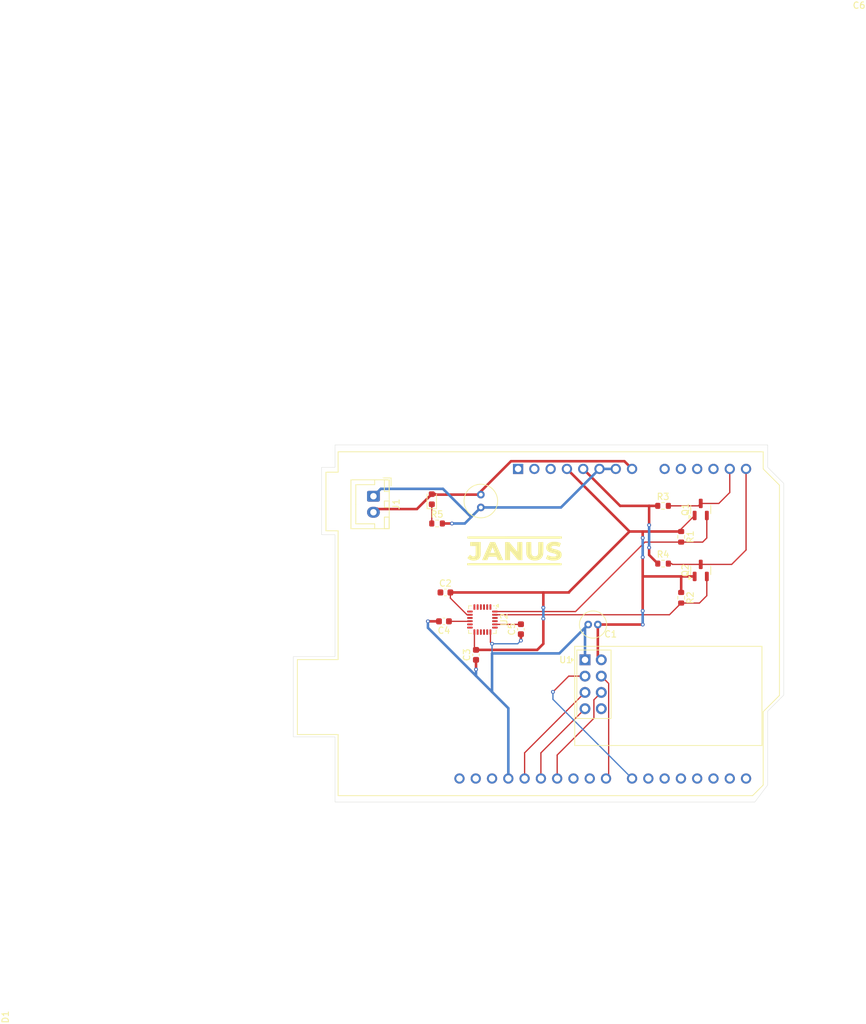
<source format=kicad_pcb>
(kicad_pcb (version 20240108) (generator "pcbnew") (generator_version "8.0")
  (layers (0 "F.Cu" signal) (31 "B.Cu" signal) (34 "B.Paste" user) (35 "F.Paste" user) (36 "B.SilkS" user "B.Silkscreen") (37 "F.SilkS" user "F.Silkscreen") (38 "B.Mask" user) (39 "F.Mask" user) (44 "Edge.Cuts" user))
  (net 0 "")
  (net 1 "MOSI")
  (net 2 "MISO")
  (net 4 "GND")
  (net 6 "SCL")
  (net 12 "+BATT")
  (net 16 "CSN")
  (net 19 "SCK")
  (net 20 "CE")
  (net 21 "SDA")
  (net 25 "+3.3V")
  (net 28 "+5V")
  (net 31 "Net-(U2-REGOUT)")
  (net 32 "Net-(U2-CPOUT)")
  (net 33 "Net-(D1-K)")
  (net 34 "SDA_3.3V")
  (net 35 "SCL_3.3V")
  (footprint "Package_TO_SOT_SMD:SOT-23" (layer "F.Cu") (at 112.55 48.0625 90)
    (property "Reference" "Q1" (at 0 -2.4 90) (layer "F.SilkS"))
    (property "Value" "BSS138")
    (fp_line (start 0 -1.56) (end 0.65 -1.56) (stroke (width 0.12)) (layer "F.SilkS"))
    (fp_line (start 0 -1.56) (end -0.65 -1.56) (stroke (width 0.12)) (layer "F.SilkS"))
    (fp_line (start 0 1.56) (end 0.65 1.56) (stroke (width 0.12)) (layer "F.SilkS"))
    (fp_line (start 0 1.56) (end -0.65 1.56) (stroke (width 0.12)) (layer "F.SilkS"))
    (fp_poly (pts (xy -1.1625 -1.51) (xy -1.4025 -1.84) (xy -0.9225 -1.84) (xy -1.1625 -1.51)) (stroke (width 0.12)) (fill solid) (layer "F.SilkS"))
    (pad "1" smd roundrect (at -0.9375 -0.95 90) (size 1.475 0.6) (layers "F.Cu" "F.Paste" "F.Mask") (net 25 "+3.3V"))
    (pad "2" smd roundrect (at -0.9375 0.95 90) (size 1.475 0.6) (layers "F.Cu" "F.Paste" "F.Mask") (net 34 "SDA_3.3V"))
    (pad "3" smd roundrect (at 0.9375 0 90) (size 1.475 0.6) (layers "F.Cu" "F.Paste" "F.Mask") (net 21 "SDA"))
  )
  (footprint "Module:Arduino_UNO_R3" (layer "F.Cu") (at 84.06 41.74)
    (property "Reference" "A1" (hide yes))
    (property "Value" "Arduino_UNO_R3")
    (fp_line (start -34.42 29.72) (end -34.42 41.4) (stroke (width 0.12)) (layer "F.SilkS"))
    (fp_line (start -34.42 41.4) (end -28.07 41.4) (stroke (width 0.12)) (layer "F.SilkS"))
    (fp_line (start -29.97 0.51) (end -29.97 9.65) (stroke (width 0.12)) (layer "F.SilkS"))
    (fp_line (start -29.97 9.65) (end -28.07 9.65) (stroke (width 0.12)) (layer "F.SilkS"))
    (fp_line (start -28.07 -2.67) (end -28.07 0.51) (stroke (width 0.12)) (layer "F.SilkS"))
    (fp_line (start -28.07 0.51) (end -29.97 0.51) (stroke (width 0.12)) (layer "F.SilkS"))
    (fp_line (start -28.07 9.65) (end -28.07 29.72) (stroke (width 0.12)) (layer "F.SilkS"))
    (fp_line (start -28.07 29.72) (end -34.42 29.72) (stroke (width 0.12)) (layer "F.SilkS"))
    (fp_line (start -28.07 41.4) (end -28.07 50.93) (stroke (width 0.12)) (layer "F.SilkS"))
    (fp_line (start -28.07 50.93) (end 36.58 50.93) (stroke (width 0.12)) (layer "F.SilkS"))
    (fp_line (start 36.58 50.93) (end 38.23 49.28) (stroke (width 0.12)) (layer "F.SilkS"))
    (fp_line (start 38.23 -2.67) (end -28.07 -2.67) (stroke (width 0.12)) (layer "F.SilkS"))
    (fp_line (start 38.23 0) (end 38.23 -2.67) (stroke (width 0.12)) (layer "F.SilkS"))
    (fp_line (start 38.23 37.85) (end 40.77 35.31) (stroke (width 0.12)) (layer "F.SilkS"))
    (fp_line (start 38.23 49.28) (end 38.23 37.85) (stroke (width 0.12)) (layer "F.SilkS"))
    (fp_line (start 40.77 2.54) (end 38.23 0) (stroke (width 0.12)) (layer "F.SilkS"))
    (fp_line (start 40.77 35.31) (end 40.77 2.54) (stroke (width 0.12)) (layer "F.SilkS"))
    (pad "1" thru_hole rect (at 0 0 90) (size 1.6 1.6) (drill 1) (layers "*.Cu" "*.Mask"))
    (pad "2" thru_hole oval (at 2.54 0 90) (size 1.6 1.6) (drill 1) (layers "*.Cu" "*.Mask"))
    (pad "3" thru_hole oval (at 5.08 0 90) (size 1.6 1.6) (drill 1) (layers "*.Cu" "*.Mask"))
    (pad "4" thru_hole oval (at 7.62 0 90) (size 1.6 1.6) (drill 1) (layers "*.Cu" "*.Mask") (net 25 "+3.3V"))
    (pad "5" thru_hole oval (at 10.16 0 90) (size 1.6 1.6) (drill 1) (layers "*.Cu" "*.Mask") (net 28 "+5V"))
    (pad "6" thru_hole oval (at 12.7 0 90) (size 1.6 1.6) (drill 1) (layers "*.Cu" "*.Mask") (net 4 "GND"))
    (pad "7" thru_hole oval (at 15.24 0 90) (size 1.6 1.6) (drill 1) (layers "*.Cu" "*.Mask") (net 4 "GND"))
    (pad "8" thru_hole oval (at 17.78 0 90) (size 1.6 1.6) (drill 1) (layers "*.Cu" "*.Mask") (net 12 "+BATT"))
    (pad "9" thru_hole oval (at 22.86 0 90) (size 1.6 1.6) (drill 1) (layers "*.Cu" "*.Mask"))
    (pad "10" thru_hole oval (at 25.4 0 90) (size 1.6 1.6) (drill 1) (layers "*.Cu" "*.Mask"))
    (pad "11" thru_hole oval (at 27.94 0 90) (size 1.6 1.6) (drill 1) (layers "*.Cu" "*.Mask"))
    (pad "12" thru_hole oval (at 30.48 0 90) (size 1.6 1.6) (drill 1) (layers "*.Cu" "*.Mask"))
    (pad "13" thru_hole oval (at 33.02 0 90) (size 1.6 1.6) (drill 1) (layers "*.Cu" "*.Mask") (net 21 "SDA"))
    (pad "14" thru_hole oval (at 35.56 0 90) (size 1.6 1.6) (drill 1) (layers "*.Cu" "*.Mask") (net 6 "SCL"))
    (pad "15" thru_hole oval (at 35.56 48.26 90) (size 1.6 1.6) (drill 1) (layers "*.Cu" "*.Mask"))
    (pad "16" thru_hole oval (at 33.02 48.26 90) (size 1.6 1.6) (drill 1) (layers "*.Cu" "*.Mask"))
    (pad "17" thru_hole oval (at 30.48 48.26 90) (size 1.6 1.6) (drill 1) (layers "*.Cu" "*.Mask"))
    (pad "18" thru_hole oval (at 27.94 48.26 90) (size 1.6 1.6) (drill 1) (layers "*.Cu" "*.Mask"))
    (pad "19" thru_hole oval (at 25.4 48.26 90) (size 1.6 1.6) (drill 1) (layers "*.Cu" "*.Mask"))
    (pad "20" thru_hole oval (at 22.86 48.26 90) (size 1.6 1.6) (drill 1) (layers "*.Cu" "*.Mask"))
    (pad "21" thru_hole oval (at 20.32 48.26 90) (size 1.6 1.6) (drill 1) (layers "*.Cu" "*.Mask"))
    (pad "22" thru_hole oval (at 17.78 48.26 90) (size 1.6 1.6) (drill 1) (layers "*.Cu" "*.Mask") (net 20 "CE"))
    (pad "23" thru_hole oval (at 13.72 48.26 90) (size 1.6 1.6) (drill 1) (layers "*.Cu" "*.Mask") (net 16 "CSN"))
    (pad "24" thru_hole oval (at 11.18 48.26 90) (size 1.6 1.6) (drill 1) (layers "*.Cu" "*.Mask"))
    (pad "25" thru_hole oval (at 8.64 48.26 90) (size 1.6 1.6) (drill 1) (layers "*.Cu" "*.Mask"))
    (pad "26" thru_hole oval (at 6.1 48.26 90) (size 1.6 1.6) (drill 1) (layers "*.Cu" "*.Mask") (net 1 "MOSI"))
    (pad "27" thru_hole oval (at 3.56 48.26 90) (size 1.6 1.6) (drill 1) (layers "*.Cu" "*.Mask") (net 2 "MISO"))
    (pad "28" thru_hole oval (at 1.02 48.26 90) (size 1.6 1.6) (drill 1) (layers "*.Cu" "*.Mask") (net 19 "SCK"))
    (pad "29" thru_hole oval (at -1.52 48.26 90) (size 1.6 1.6) (drill 1) (layers "*.Cu" "*.Mask") (net 4 "GND"))
    (pad "30" thru_hole oval (at -4.06 48.26 90) (size 1.6 1.6) (drill 1) (layers "*.Cu" "*.Mask"))
    (pad "31" thru_hole oval (at -6.6 48.26 90) (size 1.6 1.6) (drill 1) (layers "*.Cu" "*.Mask"))
    (pad "32" thru_hole oval (at -9.14 48.26 90) (size 1.6 1.6) (drill 1) (layers "*.Cu" "*.Mask"))
  )
  (footprint "Resistor_SMD:R_0603_1608Metric" (layer "F.Cu") (at 106.675 56.5)
    (property "Reference" "R4" (at 0 -1.43 0) (layer "F.SilkS"))
    (property "Value" "10K")
    (fp_line (start -0.237258 -0.5225) (end 0.237258 -0.5225) (stroke (width 0.12)) (layer "F.SilkS"))
    (fp_line (start -0.237258 0.5225) (end 0.237258 0.5225) (stroke (width 0.12)) (layer "F.SilkS"))
    (pad "1" smd roundrect (at -0.825 0) (size 0.8 0.95) (layers "F.Cu" "F.Paste" "F.Mask") (net 28 "+5V"))
    (pad "2" smd roundrect (at 0.825 0) (size 0.8 0.95) (layers "F.Cu" "F.Paste" "F.Mask") (net 6 "SCL"))
  )
  (footprint "Capacitor_SMD:C_0603_1608Metric" (layer "F.Cu") (at 72.725 61)
    (property "Reference" "C2" (at 0 -1.43 0) (layer "F.SilkS"))
    (property "Value" "100n")
    (fp_line (start -0.14058 -0.51) (end 0.14058 -0.51) (stroke (width 0.12)) (layer "F.SilkS"))
    (fp_line (start -0.14058 0.51) (end 0.14058 0.51) (stroke (width 0.12)) (layer "F.SilkS"))
    (pad "1" smd roundrect (at -0.775 0) (size 0.9 0.95) (layers "F.Cu" "F.Paste" "F.Mask") (net 4 "GND"))
    (pad "2" smd roundrect (at 0.775 0) (size 0.9 0.95) (layers "F.Cu" "F.Paste" "F.Mask") (net 25 "+3.3V"))
  )
  (footprint "RF_Module:nRF24L01_Breakout" (layer "F.Cu") (at 94.5 71.5)
    (property "Reference" "U1" (at -3 0 0) (layer "F.SilkS"))
    (property "Value" "NRF24L01_Breakout")
    (fp_line (start -1.6 -2.1) (end -1.6 -2.1) (stroke (width 0.12)) (layer "F.SilkS"))
    (fp_line (start -1.6 -2.1) (end 27.6 -2.1) (stroke (width 0.12)) (layer "F.SilkS"))
    (fp_line (start -1.6 13.35) (end -1.6 -2.1) (stroke (width 0.12)) (layer "F.SilkS"))
    (fp_line (start -1.27 -1.524) (end -1.27 -1.524) (stroke (width 0.12)) (layer "F.SilkS"))
    (fp_line (start -1.27 -1.524) (end 4.064 -1.524) (stroke (width 0.12)) (layer "F.SilkS"))
    (fp_line (start -1.27 9.144) (end -1.27 -1.524) (stroke (width 0.12)) (layer "F.SilkS"))
    (fp_line (start -1.27 9.144) (end -1.27 9.144) (stroke (width 0.12)) (layer "F.SilkS"))
    (fp_line (start 4.064 -1.524) (end 4.064 9.144) (stroke (width 0.12)) (layer "F.SilkS"))
    (fp_line (start 4.064 9.144) (end -1.27 9.144) (stroke (width 0.12)) (layer "F.SilkS"))
    (fp_line (start 27.6 -2.1) (end 27.6 13.35) (stroke (width 0.12)) (layer "F.SilkS"))
    (fp_line (start 27.6 13.35) (end -1.6 13.35) (stroke (width 0.12)) (layer "F.SilkS"))
    (fp_poly (pts (xy -1.8 0) (xy -2.136 0.24) (xy -2.136 -0.24) (xy -1.8 0)) (stroke (width 0.12)) (fill solid) (layer "F.SilkS"))
    (pad "1" thru_hole rect (at 0 0) (size 1.7 1.7) (drill 1) (layers "*.Cu" "*.Mask") (net 4 "GND"))
    (pad "2" thru_hole circle (at 2.54 0) (size 1.7 1.7) (drill 1) (layers "*.Cu" "*.Mask") (net 25 "+3.3V"))
    (pad "3" thru_hole circle (at 0 2.54) (size 1.7 1.7) (drill 1) (layers "*.Cu" "*.Mask") (net 20 "CE"))
    (pad "4" thru_hole circle (at 2.54 2.54) (size 1.7 1.7) (drill 1) (layers "*.Cu" "*.Mask") (net 16 "CSN"))
    (pad "5" thru_hole circle (at 0 5.08) (size 1.7 1.7) (drill 1) (layers "*.Cu" "*.Mask") (net 19 "SCK"))
    (pad "6" thru_hole circle (at 2.54 5.08) (size 1.7 1.7) (drill 1) (layers "*.Cu" "*.Mask") (net 1 "MOSI"))
    (pad "7" thru_hole circle (at 0 7.62) (size 1.7 1.7) (drill 1) (layers "*.Cu" "*.Mask") (net 2 "MISO"))
    (pad "8" thru_hole circle (at 2.54 7.62) (size 1.7 1.7) (drill 1) (layers "*.Cu" "*.Mask"))
  )
  (footprint "Capacitor_THT:C_Radial_D5.0mm_H7.0mm_P2.00mm" (layer "F.Cu") (at 78.25 45.75 -90)
    (property "Reference" "C6" (at -76.25 -59 0) (layer "F.SilkS"))
    (property "Value" "100u")
    (fp_circle (center 1 0) (end 3.62 0) (stroke (width 0.12)) (fill none) (layer "F.SilkS"))
    (pad "1" thru_hole circle (at 0 0 270) (size 1.2 1.2) (drill 0.6) (layers "*.Cu" "*.Mask") (net 12 "+BATT"))
    (pad "2" thru_hole circle (at 2 0 270) (size 1.2 1.2) (drill 0.6) (layers "*.Cu" "*.Mask") (net 4 "GND"))
  )
  (footprint "Resistor_SMD:R_0603_1608Metric" (layer "F.Cu") (at 109.5 61.825 -90)
    (property "Reference" "R2" (at 0 -1.43 90) (layer "F.SilkS"))
    (property "Value" "10K")
    (fp_line (start -0.237258 0.5225) (end 0.237258 0.5225) (stroke (width 0.12)) (layer "F.SilkS"))
    (fp_line (start -0.237258 -0.5225) (end 0.237258 -0.5225) (stroke (width 0.12)) (layer "F.SilkS"))
    (pad "1" smd roundrect (at -0.825 0 270) (size 0.8 0.95) (layers "F.Cu" "F.Paste" "F.Mask") (net 25 "+3.3V"))
    (pad "2" smd roundrect (at 0.825 0 270) (size 0.8 0.95) (layers "F.Cu" "F.Paste" "F.Mask") (net 35 "SCL_3.3V"))
  )
  (footprint "Capacitor_SMD:C_0603_1608Metric" (layer "F.Cu") (at 77.5 70.725 90)
    (property "Reference" "C3" (at 0 -1.43 90) (layer "F.SilkS"))
    (property "Value" "100n")
    (fp_line (start -0.14058 -0.51) (end 0.14058 -0.51) (stroke (width 0.12)) (layer "F.SilkS"))
    (fp_line (start -0.14058 0.51) (end 0.14058 0.51) (stroke (width 0.12)) (layer "F.SilkS"))
    (pad "1" smd roundrect (at -0.775 0 90) (size 0.9 0.95) (layers "F.Cu" "F.Paste" "F.Mask") (net 4 "GND"))
    (pad "2" smd roundrect (at 0.775 0 90) (size 0.9 0.95) (layers "F.Cu" "F.Paste" "F.Mask") (net 25 "+3.3V"))
  )
  (footprint "LOGO:LOGO_1" (layer "F.Cu") (at 83.5 54.5)
    (property "Reference" "G***" (hide yes))
    (property "Value" "LOGO" (hide yes))
    (fp_poly (pts (xy 7.376897 -2.064304) (xy 7.376897 -1.886139) (xy 0.020957 -1.886139) (xy -0.531726 -1.886154) (xy -1.073605 -1.886197) (xy -1.603182 -1.886269) (xy -2.118959 -1.886367) (xy -2.619438 -1.88649) (xy -3.10312 -1.886638) (xy -3.568509 -1.88681) (xy -4.014105 -1.887003) (xy -4.438412 -1.887219) (xy -4.83993 -1.887454) (xy -5.217162 -1.887709) (xy -5.568609 -1.887981) (xy -5.892775 -1.888271) (xy -6.18816 -1.888577) (xy -6.453267 -1.888898) (xy -6.686598 -1.889232) (xy -6.886655 -1.88958) (xy -7.051939 -1.889939) (xy -7.180953 -1.890308) (xy -7.272199 -1.890688) (xy -7.324178 -1.891076) (xy -7.336501 -1.891378) (xy -7.33764 -1.913248) (xy -7.339317 -1.966689) (xy -7.341219 -2.041368) (xy -7.341741 -2.064274) (xy -7.345462 -2.231931) (xy 0.015718 -2.2372) (xy 7.376897 -2.242469)) (fill solid) (layer "F.SilkS"))
    (fp_poly (pts (xy 7.35594 2.095709) (xy 7.35369 2.187123) (xy 7.346476 2.241295) (xy 7.333602 2.262682) (xy 7.329744 2.263432) (xy 7.133634 2.263875) (xy 6.905998 2.264301) (xy 6.648639 2.26471) (xy 6.363359 2.265101) (xy 6.051958 2.265475) (xy 5.716239 2.265831) (xy 5.358003 2.266168) (xy 4.979052 2.266488) (xy 4.581187 2.266789) (xy 4.16621 2.267071) (xy 3.735923 2.267335) (xy 3.292128 2.267579) (xy 2.836625 2.267804) (xy 2.371217 2.26801) (xy 1.897706 2.268196) (xy 1.417892 2.268362) (xy 0.933578 2.268507) (xy 0.446565 2.268633) (xy -0.041344 2.268738) (xy -0.52835 2.268822) (xy -1.012649 2.268885) (xy -1.49244 2.268927) (xy -1.965921 2.268948) (xy -2.431292 2.268947) (xy -2.88675 2.268925) (xy -3.330493 2.26888) (xy -3.76072 2.268813) (xy -4.17563 2.268724) (xy -4.57342 2.268612) (xy -4.952289 2.268478) (xy -5.310436 2.26832) (xy -5.646058 2.268139) (xy -5.957354 2.267935) (xy -6.242523 2.267707) (xy -6.499762 2.267456) (xy -6.727271 2.26718) (xy -6.923247 2.26688) (xy -7.085888 2.266556) (xy -7.213394 2.266206) (xy -7.303963 2.265832) (xy -7.355792 2.265433) (xy -7.368167 2.265112) (xy -7.372282 2.241491) (xy -7.375353 2.186705) (xy -7.376838 2.111502) (xy -7.376898 2.092216) (xy -7.376898 1.928052) (xy -0.010479 1.928052) (xy 7.35594 1.928052)) (fill solid) (layer "F.SilkS"))
    (fp_poly (pts (xy -5.264912 -0.298639) (xy -5.266566 -0.059697) (xy -5.268169 0.141186) (xy -5.269891 0.307869) (xy -5.271904 0.444205) (xy -5.27438 0.554051) (xy -5.277489 0.641263) (xy -5.281403 0.709696) (xy -5.286293 0.763208) (xy -5.292331 0.805653) (xy -5.299688 0.840887) (xy -5.308535 0.872767) (xy -5.318303 0.902939) (xy -5.389171 1.06405) (xy -5.484581 1.204816) (xy -5.561059 1.284166) (xy -5.646144 1.344661) (xy -5.7586 1.404154) (xy -5.884246 1.456167) (xy -6.008897 1.494224) (xy -6.03306 1.499718) (xy -6.122946 1.513045) (xy -6.237566 1.522042) (xy -6.361625 1.526288) (xy -6.479827 1.52536) (xy -6.576875 1.518836) (xy -6.601485 1.515411) (xy -6.719739 1.488253) (xy -6.8528 1.446018) (xy -6.979739 1.395533) (xy -7.005668 1.383568) (xy -7.070307 1.348177) (xy -7.142718 1.301508) (xy -7.214147 1.250179) (xy -7.275837 1.200807) (xy -7.319033 1.16001) (xy -7.334984 1.13467) (xy -7.325486 1.115917) (xy -7.295814 1.075155) (xy -7.244198 1.010171) (xy -7.168871 0.918753) (xy -7.068062 0.798688) (xy -7.037032 0.762001) (xy -6.910318 0.612368) (xy -6.800113 0.722573) (xy -6.688561 0.813299) (xy -6.571037 0.872425) (xy -6.453266 0.900348) (xy -6.340971 0.897465) (xy -6.239877 0.86417) (xy -6.155707 0.800862) (xy -6.094186 0.707936) (xy -6.080461 0.672739) (xy -6.07241 0.625347) (xy -6.066004 0.536273) (xy -6.061247 0.405715) (xy -6.058147 0.233873) (xy -6.05671 0.020946) (xy -6.056601 -0.065999) (xy -6.056601 -0.733499) (xy -6.486221 -0.733499) (xy -6.915842 -0.733499) (xy -6.915842 -1.047855) (xy -6.915842 -1.362212) (xy -6.086813 -1.362212) (xy -5.257785 -1.362212)) (fill solid) (layer "F.SilkS"))
    (fp_poly (pts (xy -0.594075 -1.086192) (xy -0.51067 -0.985015) (xy -0.428642 -0.886357) (xy -0.354988 -0.798572) (xy -0.296704 -0.730017) (xy -0.272442 -0.702068) (xy -0.231077 -0.654002) (xy -0.168591 -0.579972) (xy -0.090397 -0.486461) (xy -0.00191 -0.37995) (xy 0.091458 -0.266921) (xy 0.125742 -0.225252) (xy 0.42962 0.144502) (xy 0.441024 -0.603615) (xy 0.443771 -0.776278) (xy 0.446518 -0.935188) (xy 0.449167 -1.075603) (xy 0.451619 -1.19278) (xy 0.453776 -1.281975) (xy 0.455538 -1.338445) (xy 0.456742 -1.357445) (xy 0.478021 -1.358963) (xy 0.534541 -1.359713) (xy 0.619638 -1.359697) (xy 0.726646 -1.358914) (xy 0.843523 -1.357445) (xy 1.22599 -1.351733) (xy 1.231377 0.057632) (xy 1.236763 1.466996) (xy 0.903174 1.466996) (xy 0.569584 1.466996) (xy 0.465058 1.346493) (xy 0.42233 1.296547) (xy 0.357232 1.219573) (xy 0.274128 1.1208) (xy 0.177383 1.005457) (xy 0.071361 0.878775) (xy -0.039574 0.745983) (xy -0.151058 0.612311) (xy -0.258727 0.482988) (xy -0.358216 0.363245) (xy -0.445162 0.258311) (xy -0.515199 0.173416) (xy -0.563965 0.113789) (xy -0.573916 0.101458) (xy -0.619302 0.048279) (xy -0.655826 0.011545) (xy -0.673462 0) (xy -0.677678 0.020166) (xy -0.681546 0.077503) (xy -0.68495 0.167269) (xy -0.687772 0.284722) (xy -0.689895 0.425117) (xy -0.691202 0.583714) (xy -0.691584 0.733498) (xy -0.691584 1.466996) (xy -1.079291 1.466996) (xy -1.201572 1.466459) (xy -1.308034 1.464965) (xy -1.392149 1.462692) (xy -1.447388 1.459814) (xy -1.467225 1.456518) (xy -1.467267 1.434316) (xy -1.467314 1.373668) (xy -1.467365 1.278044) (xy -1.467418 1.150911) (xy -1.467473 0.995738) (xy -1.467527 0.815994) (xy -1.467581 0.615147) (xy -1.467632 0.396665) (xy -1.46768 0.164018) (xy -1.467701 0.047153) (xy -1.46795 -1.351733) (xy -1.144676 -1.357494) (xy -0.821402 -1.363255)) (fill solid) (layer "F.SilkS"))
    (fp_poly (pts (xy 2.624647 -0.477231) (xy 2.626963 -0.242171) (xy 2.629578 -0.044984) (xy 2.633091 0.11837) (xy 2.638104 0.251932) (xy 2.645214 0.359743) (xy 2.655023 0.445841) (xy 2.668128 0.514268) (xy 2.68513 0.569064) (xy 2.706628 0.614268) (xy 2.733222 0.653923) (xy 2.765511 0.692066) (xy 2.804096 0.73274) (xy 2.804215 0.732863) (xy 2.893002 0.809302) (xy 2.987132 0.855833) (xy 3.097273 0.875972) (xy 3.23106 0.873486) (xy 3.348012 0.856748) (xy 3.437566 0.824553) (xy 3.513256 0.770467) (xy 3.567404 0.713614) (xy 3.596972 0.678402) (xy 3.621664 0.645251) (xy 3.641974 0.610135) (xy 3.658392 0.569032) (xy 3.671411 0.517918) (xy 3.681523 0.452769) (xy 3.689219 0.369563) (xy 3.694992 0.264276) (xy 3.699334 0.132883) (xy 3.702736 -0.028637) (xy 3.705691 -0.22431) (xy 3.708463 -0.440099) (xy 3.719884 -1.351733) (xy 4.107591 -1.351733) (xy 4.495297 -1.351733) (xy 4.500775 -0.492655) (xy 4.501937 -0.266128) (xy 4.502198 -0.076979) (xy 4.501441 0.07932) (xy 4.499549 0.207297) (xy 4.496405 0.311481) (xy 4.491893 0.396401) (xy 4.485896 0.466584) (xy 4.478297 0.526559) (xy 4.473763 0.554696) (xy 4.417471 0.774101) (xy 4.329018 0.966642) (xy 4.208513 1.132201) (xy 4.056067 1.270658) (xy 3.87179 1.381896) (xy 3.655793 1.465795) (xy 3.615099 1.477559) (xy 3.508892 1.498605) (xy 3.374461 1.513186) (xy 3.225042 1.520994) (xy 3.073872 1.521721) (xy 2.934186 1.515058) (xy 2.81922 1.500697) (xy 2.799044 1.496583) (xy 2.569124 1.428397) (xy 2.371096 1.333249) (xy 2.204134 1.210373) (xy 2.067412 1.059003) (xy 1.960103 0.878374) (xy 1.88138 0.66772) (xy 1.873496 0.639191) (xy 1.864008 0.600416) (xy 1.856172 0.559048) (xy 1.849832 0.510822) (xy 1.844829 0.451472) (xy 1.841007 0.376734) (xy 1.838208 0.282342) (xy 1.836275 0.164031) (xy 1.83505 0.017537) (xy 1.834377 -0.161407) (xy 1.834097 -0.377066) (xy 1.834073 -0.429621) (xy 1.833746 -1.351733) (xy 2.225093 -1.357429) (xy 2.61644 -1.363125)) (fill solid) (layer "F.SilkS"))
    (fp_poly (pts (xy -3.411452 -1.357416) (xy -3.014068 -1.351733) (xy -2.574906 -0.36675) (xy -2.487906 -0.171517) (xy -2.404526 0.015786) (xy -2.326631 0.190954) (xy -2.256089 0.349783) (xy -2.194764 0.488069) (xy -2.144523 0.601605) (xy -2.107231 0.686189) (xy -2.084754 0.737614) (xy -2.082019 0.743976) (xy -2.051908 0.813006) (xy -2.009837 0.907547) (xy -1.961421 1.01506) (xy -1.913099 1.121204) (xy -1.868373 1.219393) (xy -1.828773 1.30733) (xy -1.798263 1.376145) (xy -1.780808 1.416965) (xy -1.77967 1.419843) (xy -1.761434 1.466996) (xy -2.175905 1.466996) (xy -2.590376 1.466996) (xy -2.701869 1.194554) (xy -2.813362 0.922112) (xy -3.416466 0.922112) (xy -4.019571 0.922112) (xy -4.091359 1.095008) (xy -4.129852 1.18799) (xy -4.167702 1.279879) (xy -4.198013 1.353921) (xy -4.20348 1.367371) (xy -4.243812 1.466839) (xy -4.647236 1.466918) (xy -4.772089 1.466626) (xy -4.881233 1.465766) (xy -4.968272 1.464439) (xy -5.026813 1.462745) (xy -5.050461 1.460785) (xy -5.05066 1.460583) (xy -5.042407 1.438267) (xy -5.018885 1.381943) (xy -4.981953 1.295857) (xy -4.933468 1.184256) (xy -4.87529 1.051386) (xy -4.809276 0.901494) (xy -4.737285 0.738827) (xy -4.661173 0.567631) (xy -4.599565 0.42962) (xy -4.549452 0.317387) (xy -3.772277 0.317387) (xy -3.752452 0.323252) (xy -3.697498 0.328313) (xy -3.614199 0.332229) (xy -3.509337 0.334662) (xy -3.413765 0.335313) (xy -3.283454 0.335035) (xy -3.189513 0.333808) (xy -3.126399 0.331042) (xy -3.088569 0.326148) (xy -3.07048 0.318536) (xy -3.066589 0.307617) (xy -3.068983 0.298638) (xy -3.108635 0.194655) (xy -3.154033 0.07875) (xy -3.202607 -0.042862) (xy -3.251786 -0.163962) (xy -3.298998 -0.278332) (xy -3.341673 -0.379755) (xy -3.37724 -0.462014) (xy -3.403128 -0.51889) (xy -3.416766 -0.544168) (xy -3.417771 -0.544885) (xy -3.43499 -0.527513) (xy -3.454244 -0.487253) (xy -3.468805 -0.449848) (xy -3.496262 -0.380961) (xy -3.533672 -0.287913) (xy -3.578091 -0.178029) (xy -3.623951 -0.06508) (xy -3.670602 0.050489) (xy -3.711236 0.152895) (xy -3.743376 0.235756) (xy -3.764547 0.29269) (xy -3.772276 0.317317) (xy -3.772277 0.317387) (xy -4.549452 0.317387) (xy -4.531605 0.277418) (xy -4.462492 0.122199) (xy -4.396191 -0.027103) (xy -4.336664 -0.161553) (xy -4.287877 -0.272217) (xy -4.264817 -0.324835) (xy -4.211794 -0.445698) (xy -4.153495 -0.57766) (xy -4.097778 -0.702978) (xy -4.06063 -0.785892) (xy -4.010512 -0.898124) (xy -3.956149 -1.021368) (xy -3.906347 -1.135611) (xy -3.887543 -1.17928) (xy -3.808837 -1.363098)) (fill solid) (layer "F.SilkS"))
    (fp_poly (pts (xy 6.409733 -1.391052) (xy 6.563267 -1.380237) (xy 6.697257 -1.363818) (xy 6.790099 -1.345042) (xy 6.8915 -1.315175) (xy 6.99221 -1.279912) (xy 7.084333 -1.24269) (xy 7.15997 -1.206946) (xy 7.211224 -1.176115) (xy 7.230197 -1.153635) (xy 7.230198 -1.153549) (xy 7.222366 -1.12636) (xy 7.201103 -1.069396) (xy 7.169761 -0.991295) (xy 7.135891 -0.910505) (xy 7.09846 -0.821547) (xy 7.068062 -0.746785) (xy 7.04802 -0.694564) (xy 7.041584 -0.673696) (xy 7.030447 -0.645641) (xy 7.013942 -0.619879) (xy 6.994271 -0.597717) (xy 6.971805 -0.59409) (xy 6.932794 -0.609504) (xy 6.903917 -0.623934) (xy 6.695511 -0.708941) (xy 6.470699 -0.763295) (xy 6.255693 -0.783006) (xy 6.156345 -0.782595) (xy 6.063999 -0.779096) (xy 5.992499 -0.773166) (xy 5.96815 -0.76934) (xy 5.87727 -0.734754) (xy 5.806903 -0.678518) (xy 5.761847 -0.608525) (xy 5.746901 -0.532666) (xy 5.766863 -0.458834) (xy 5.773098 -0.448525) (xy 5.802769 -0.414098) (xy 5.847249 -0.382551) (xy 5.911504 -0.351964) (xy 6.000495 -0.320417) (xy 6.119187 -0.285988) (xy 6.272545 -0.246757) (xy 6.331493 -0.232457) (xy 6.532686 -0.181998) (xy 6.697967 -0.135141) (xy 6.8329 -0.089425) (xy 6.943046 -0.042394) (xy 7.033969 0.008411) (xy 7.111231 0.065446) (xy 7.180395 0.131171) (xy 7.198205 0.150506) (xy 7.274229 0.251717) (xy 7.32354 0.360766) (xy 7.348945 0.487142) (xy 7.353256 0.640334) (xy 7.352067 0.670261) (xy 7.343777 0.777522) (xy 7.328367 0.859979) (xy 7.302046 0.934607) (xy 7.284722 0.972023) (xy 7.188946 1.120751) (xy 7.0576 1.250569) (xy 6.893489 1.359427) (xy 6.699417 1.445276) (xy 6.591006 1.47921) (xy 6.49924 1.496982) (xy 6.376639 1.51024) (xy 6.234063 1.518754) (xy 6.082373 1.522295) (xy 5.932427 1.520633) (xy 5.795088 1.513537) (xy 5.681213 1.500779) (xy 5.668894 1.498726) (xy 5.567888 1.479295) (xy 5.463116 1.456295) (xy 5.376973 1.434646) (xy 5.375725 1.434297) (xy 5.312596 1.413788) (xy 5.233433 1.384046) (xy 5.147043 1.348914) (xy 5.062234 1.312231) (xy 4.987813 1.277839) (xy 4.932588 1.249578) (xy 4.905366 1.231291) (xy 4.90396 1.228556) (xy 4.912121 1.207114) (xy 4.93411 1.15589) (xy 4.966191 1.083157) (xy 5.004625 0.997186) (xy 5.045673 0.906252) (xy 5.085598 0.818626) (xy 5.120662 0.742582) (xy 5.147127 0.686392) (xy 5.161254 0.658329) (xy 5.162328 0.656758) (xy 5.18242 0.662697) (xy 5.231142 0.683613) (xy 5.29969 0.71563) (xy 5.334851 0.732722) (xy 5.528092 0.817071) (xy 5.710889 0.872313) (xy 5.89884 0.90218) (xy 6.077558 0.910423) (xy 6.232748 0.906646) (xy 6.351966 0.892526) (xy 6.440221 0.866509) (xy 6.502522 0.827045) (xy 6.54388 0.77258) (xy 6.547782 0.764735) (xy 6.571477 0.69529) (xy 6.570325 0.634437) (xy 6.541782 0.580417) (xy 6.483302 0.53147) (xy 6.392341 0.485837) (xy 6.266355 0.44176) (xy 6.102798 0.39748) (xy 5.972772 0.36723) (xy 5.769444 0.318799) (xy 5.601673 0.270853) (xy 5.463209 0.220865) (xy 5.347803 0.166306) (xy 5.249205 0.104646) (xy 5.17234 0.043351) (xy 5.066084 -0.077708) (xy 4.992711 -0.222481) (xy 4.95482 -0.385704) (xy 4.95332 -0.40024) (xy 4.955429 -0.587207) (xy 4.996233 -0.761943) (xy 5.073611 -0.921746) (xy 5.185441 -1.063915) (xy 5.329603 -1.185749) (xy 5.503974 -1.284545) (xy 5.70466 -1.357113) (xy 5.803449 -1.376013) (xy 5.933515 -1.388743) (xy 6.084693 -1.395418) (xy 6.246821 -1.39615)) (fill solid) (layer "F.SilkS"))
  )
  (footprint "Capacitor_THT:C_Radial_D4.0mm_H5.0mm_P1.50mm" (layer "F.Cu") (at 96.5 66 180)
    (property "Reference" "C1" (at -2 -1.5 0) (layer "F.SilkS"))
    (property "Value" "10uf")
    (fp_circle (center 0.75 0) (end 2.87 0) (stroke (width 0.12)) (fill none) (layer "F.SilkS"))
    (pad "1" thru_hole circle (at 0 0 180) (size 1.2 1.2) (drill 0.6) (layers "*.Cu" "*.Mask") (net 25 "+3.3V"))
    (pad "2" thru_hole circle (at 1.5 0 180) (size 1.2 1.2) (drill 0.6) (layers "*.Cu" "*.Mask") (net 4 "GND"))
  )
  (footprint "Connector_JST:JST_XH_B2B-XH-A_1x02_P2.50mm_Vertical" (layer "F.Cu") (at 61.5 46 -90)
    (property "Reference" "J1" (at 1.25 -3.55 90) (layer "F.SilkS"))
    (property "Value" "POWER CONN")
    (fp_line (start -2.56 3.51) (end 5.06 3.51) (stroke (width 0.12)) (layer "F.SilkS"))
    (fp_line (start 5.06 3.51) (end 5.06 -2.46) (stroke (width 0.12)) (layer "F.SilkS"))
    (fp_line (start -1.8 2.75) (end 1.25 2.75) (stroke (width 0.12)) (layer "F.SilkS"))
    (fp_line (start 4.3 2.75) (end 1.25 2.75) (stroke (width 0.12)) (layer "F.SilkS"))
    (fp_line (start -2.55 -0.2) (end -1.8 -0.2) (stroke (width 0.12)) (layer "F.SilkS"))
    (fp_line (start -1.8 -0.2) (end -1.8 2.75) (stroke (width 0.12)) (layer "F.SilkS"))
    (fp_line (start 4.3 -0.2) (end 4.3 2.75) (stroke (width 0.12)) (layer "F.SilkS"))
    (fp_line (start 5.05 -0.2) (end 4.3 -0.2) (stroke (width 0.12)) (layer "F.SilkS"))
    (fp_line (start -2.55 -1.7) (end -0.75 -1.7) (stroke (width 0.12)) (layer "F.SilkS"))
    (fp_line (start -0.75 -1.7) (end -0.75 -2.45) (stroke (width 0.12)) (layer "F.SilkS"))
    (fp_line (start 0.75 -1.7) (end 1.75 -1.7) (stroke (width 0.12)) (layer "F.SilkS"))
    (fp_line (start 1.75 -1.7) (end 1.75 -2.45) (stroke (width 0.12)) (layer "F.SilkS"))
    (fp_line (start 3.25 -1.7) (end 5.05 -1.7) (stroke (width 0.12)) (layer "F.SilkS"))
    (fp_line (start 5.05 -1.7) (end 5.05 -2.45) (stroke (width 0.12)) (layer "F.SilkS"))
    (fp_line (start -2.55 -2.45) (end -2.55 -1.7) (stroke (width 0.12)) (layer "F.SilkS"))
    (fp_line (start -0.75 -2.45) (end -2.55 -2.45) (stroke (width 0.12)) (layer "F.SilkS"))
    (fp_line (start 0.75 -2.45) (end 0.75 -1.7) (stroke (width 0.12)) (layer "F.SilkS"))
    (fp_line (start 1.75 -2.45) (end 0.75 -2.45) (stroke (width 0.12)) (layer "F.SilkS"))
    (fp_line (start 3.25 -2.45) (end 3.25 -1.7) (stroke (width 0.12)) (layer "F.SilkS"))
    (fp_line (start 5.05 -2.45) (end 3.25 -2.45) (stroke (width 0.12)) (layer "F.SilkS"))
    (fp_line (start -2.56 -2.46) (end -2.56 3.51) (stroke (width 0.12)) (layer "F.SilkS"))
    (fp_line (start 5.06 -2.46) (end -2.56 -2.46) (stroke (width 0.12)) (layer "F.SilkS"))
    (fp_line (start -2.85 -2.75) (end -2.85 -1.5) (stroke (width 0.12)) (layer "F.SilkS"))
    (fp_line (start -1.6 -2.75) (end -2.85 -2.75) (stroke (width 0.12)) (layer "F.SilkS"))
    (pad "1" thru_hole roundrect (at 0 0 270) (size 1.7 2) (drill 1) (layers "*.Cu" "*.Mask") (roundrect_rratio 0.147059) (net 4 "GND"))
    (pad "2" thru_hole oval (at 2.5 0 270) (size 1.7 2) (drill 1) (layers "*.Cu" "*.Mask") (net 12 "+BATT"))
  )
  (footprint "Resistor_SMD:R_0603_1608Metric" (layer "F.Cu") (at 71.425 50.25)
    (property "Reference" "R5" (at 0 -1.43 0) (layer "F.SilkS"))
    (property "Value" "1k")
    (fp_line (start -0.237258 -0.5225) (end 0.237258 -0.5225) (stroke (width 0.12)) (layer "F.SilkS"))
    (fp_line (start -0.237258 0.5225) (end 0.237258 0.5225) (stroke (width 0.12)) (layer "F.SilkS"))
    (pad "1" smd roundrect (at -0.825 0) (size 0.8 0.95) (layers "F.Cu" "F.Paste" "F.Mask") (net 33 "Net-(D1-K)"))
    (pad "2" smd roundrect (at 0.825 0) (size 0.8 0.95) (layers "F.Cu" "F.Paste" "F.Mask") (net 4 "GND"))
  )
  (footprint "Capacitor_SMD:C_0603_1608Metric" (layer "F.Cu") (at 84.5 66.725 90)
    (property "Reference" "C5" (at 0 -1.43 90) (layer "F.SilkS"))
    (property "Value" "220p")
    (fp_line (start -0.14058 -0.51) (end 0.14058 -0.51) (stroke (width 0.12)) (layer "F.SilkS"))
    (fp_line (start -0.14058 0.51) (end 0.14058 0.51) (stroke (width 0.12)) (layer "F.SilkS"))
    (pad "1" smd roundrect (at -0.775 0 90) (size 0.9 0.95) (layers "F.Cu" "F.Paste" "F.Mask") (net 4 "GND"))
    (pad "2" smd roundrect (at 0.775 0 90) (size 0.9 0.95) (layers "F.Cu" "F.Paste" "F.Mask") (net 32 "Net-(U2-CPOUT)"))
  )
  (footprint "Sensor_Motion:InvenSense_QFN-24_4x4mm_P0.5mm" (layer "F.Cu") (at 78.5 65.225 -90)
    (property "Reference" "U2" (at 0 -3.375 90) (layer "F.SilkS"))
    (property "Value" "MPU-6050")
    (fp_line (start -2.15 2.15) (end -1.625 2.15) (stroke (width 0.12)) (layer "F.SilkS"))
    (fp_line (start -2.15 2.15) (end -2.15 1.625) (stroke (width 0.12)) (layer "F.SilkS"))
    (fp_line (start 2.15 2.15) (end 1.625 2.15) (stroke (width 0.12)) (layer "F.SilkS"))
    (fp_line (start 2.15 2.15) (end 2.15 1.625) (stroke (width 0.12)) (layer "F.SilkS"))
    (fp_line (start -2.15 -1.685) (end -2.15 -1.91) (stroke (width 0.12)) (layer "F.SilkS"))
    (fp_line (start -1.625 -2.15) (end -1.85 -2.15) (stroke (width 0.12)) (layer "F.SilkS"))
    (fp_line (start 2.15 -2.15) (end 2.15 -1.625) (stroke (width 0.12)) (layer "F.SilkS"))
    (fp_line (start 2.15 -2.15) (end 1.625 -2.15) (stroke (width 0.12)) (layer "F.SilkS"))
    (fp_poly (pts (xy -2.15 -2.15) (xy -2.39 -2.48) (xy -1.91 -2.48) (xy -2.15 -2.15)) (stroke (width 0.12)) (fill solid) (layer "F.SilkS"))
    (pad "1" smd roundrect (at -1.95 -1.25 270) (size 0.85 0.3) (layers "F.Cu" "F.Paste" "F.Mask") (net 4 "GND"))
    (pad "2" smd roundrect (at -1.95 -0.75 270) (size 0.85 0.3) (layers "F.Cu" "F.Paste" "F.Mask"))
    (pad "3" smd roundrect (at -1.95 -0.25 270) (size 0.85 0.3) (layers "F.Cu" "F.Paste" "F.Mask"))
    (pad "4" smd roundrect (at -1.95 0.25 270) (size 0.85 0.3) (layers "F.Cu" "F.Paste" "F.Mask"))
    (pad "5" smd roundrect (at -1.95 0.75 270) (size 0.85 0.3) (layers "F.Cu" "F.Paste" "F.Mask"))
    (pad "6" smd roundrect (at -1.95 1.25 270) (size 0.85 0.3) (layers "F.Cu" "F.Paste" "F.Mask"))
    (pad "7" smd roundrect (at -1.25 1.95) (size 0.85 0.3) (layers "F.Cu" "F.Paste" "F.Mask"))
    (pad "8" smd roundrect (at -0.75 1.95) (size 0.85 0.3) (layers "F.Cu" "F.Paste" "F.Mask") (net 25 "+3.3V"))
    (pad "9" smd roundrect (at -0.25 1.95) (size 0.85 0.3) (layers "F.Cu" "F.Paste" "F.Mask") (net 4 "GND"))
    (pad "10" smd roundrect (at 0.25 1.95) (size 0.85 0.3) (layers "F.Cu" "F.Paste" "F.Mask") (net 31 "Net-(U2-REGOUT)"))
    (pad "11" smd roundrect (at 0.75 1.95) (size 0.85 0.3) (layers "F.Cu" "F.Paste" "F.Mask") (net 4 "GND"))
    (pad "12" smd roundrect (at 1.25 1.95) (size 0.85 0.3) (layers "F.Cu" "F.Paste" "F.Mask"))
    (pad "13" smd roundrect (at 1.95 1.25 270) (size 0.85 0.3) (layers "F.Cu" "F.Paste" "F.Mask") (net 25 "+3.3V"))
    (pad "14" smd roundrect (at 1.95 0.75 270) (size 0.85 0.3) (layers "F.Cu" "F.Paste" "F.Mask"))
    (pad "15" smd roundrect (at 1.95 0.25 270) (size 0.85 0.3) (layers "F.Cu" "F.Paste" "F.Mask"))
    (pad "16" smd roundrect (at 1.95 -0.25 270) (size 0.85 0.3) (layers "F.Cu" "F.Paste" "F.Mask"))
    (pad "17" smd roundrect (at 1.95 -0.75 270) (size 0.85 0.3) (layers "F.Cu" "F.Paste" "F.Mask"))
    (pad "18" smd roundrect (at 1.95 -1.25 270) (size 0.85 0.3) (layers "F.Cu" "F.Paste" "F.Mask") (net 4 "GND"))
    (pad "19" smd roundrect (at 1.25 -1.95) (size 0.85 0.3) (layers "F.Cu" "F.Paste" "F.Mask"))
    (pad "20" smd roundrect (at 0.75 -1.95) (size 0.85 0.3) (layers "F.Cu" "F.Paste" "F.Mask") (net 32 "Net-(U2-CPOUT)"))
    (pad "21" smd roundrect (at 0.25 -1.95) (size 0.85 0.3) (layers "F.Cu" "F.Paste" "F.Mask"))
    (pad "22" smd roundrect (at -0.25 -1.95) (size 0.85 0.3) (layers "F.Cu" "F.Paste" "F.Mask"))
    (pad "23" smd roundrect (at -0.75 -1.95) (size 0.85 0.3) (layers "F.Cu" "F.Paste" "F.Mask") (net 35 "SCL_3.3V"))
    (pad "24" smd roundrect (at -1.25 -1.95) (size 0.85 0.3) (layers "F.Cu" "F.Paste" "F.Mask") (net 34 "SDA_3.3V"))
  )
  (footprint "LED_SMD:LED_0603_1608Metric" (layer "F.Cu") (at 70.6 46.4625 90)
    (property "Reference" "D1" (at -80.7125 -66.5 90) (layer "F.SilkS"))
    (property "Value" "LED")
    (fp_line (start 0.8 -0.735) (end -1.485 -0.735) (stroke (width 0.12)) (layer "F.SilkS"))
    (fp_line (start -1.485 -0.735) (end -1.485 0.735) (stroke (width 0.12)) (layer "F.SilkS"))
    (fp_line (start -1.485 0.735) (end 0.8 0.735) (stroke (width 0.12)) (layer "F.SilkS"))
    (pad "1" smd roundrect (at -0.7875 0 90) (size 0.875 0.95) (layers "F.Cu" "F.Paste" "F.Mask") (net 33 "Net-(D1-K)"))
    (pad "2" smd roundrect (at 0.7875 0 90) (size 0.875 0.95) (layers "F.Cu" "F.Paste" "F.Mask") (net 12 "+BATT"))
  )
  (footprint "Resistor_SMD:R_0603_1608Metric" (layer "F.Cu") (at 109.5 52.325 -90)
    (property "Reference" "R1" (at 0 -1.43 90) (layer "F.SilkS"))
    (property "Value" "10K")
    (fp_line (start -0.237258 0.5225) (end 0.237258 0.5225) (stroke (width 0.12)) (layer "F.SilkS"))
    (fp_line (start -0.237258 -0.5225) (end 0.237258 -0.5225) (stroke (width 0.12)) (layer "F.SilkS"))
    (pad "1" smd roundrect (at -0.825 0 270) (size 0.8 0.95) (layers "F.Cu" "F.Paste" "F.Mask") (net 25 "+3.3V"))
    (pad "2" smd roundrect (at 0.825 0 270) (size 0.8 0.95) (layers "F.Cu" "F.Paste" "F.Mask") (net 34 "SDA_3.3V"))
  )
  (footprint "Resistor_SMD:R_0603_1608Metric" (layer "F.Cu") (at 106.675 47.5)
    (property "Reference" "R3" (at 0 -1.43 0) (layer "F.SilkS"))
    (property "Value" "10K")
    (fp_line (start -0.237258 -0.5225) (end 0.237258 -0.5225) (stroke (width 0.12)) (layer "F.SilkS"))
    (fp_line (start -0.237258 0.5225) (end 0.237258 0.5225) (stroke (width 0.12)) (layer "F.SilkS"))
    (pad "1" smd roundrect (at -0.825 0) (size 0.8 0.95) (layers "F.Cu" "F.Paste" "F.Mask") (net 28 "+5V"))
    (pad "2" smd roundrect (at 0.825 0) (size 0.8 0.95) (layers "F.Cu" "F.Paste" "F.Mask") (net 21 "SDA"))
  )
  (footprint "Package_TO_SOT_SMD:SOT-23" (layer "F.Cu") (at 112.55 57.5625 90)
    (property "Reference" "Q2" (at 0 -2.4 90) (layer "F.SilkS"))
    (property "Value" "BSS138")
    (fp_line (start 0 -1.56) (end 0.65 -1.56) (stroke (width 0.12)) (layer "F.SilkS"))
    (fp_line (start 0 -1.56) (end -0.65 -1.56) (stroke (width 0.12)) (layer "F.SilkS"))
    (fp_line (start 0 1.56) (end 0.65 1.56) (stroke (width 0.12)) (layer "F.SilkS"))
    (fp_line (start 0 1.56) (end -0.65 1.56) (stroke (width 0.12)) (layer "F.SilkS"))
    (fp_poly (pts (xy -1.1625 -1.51) (xy -1.4025 -1.84) (xy -0.9225 -1.84) (xy -1.1625 -1.51)) (stroke (width 0.12)) (fill solid) (layer "F.SilkS"))
    (pad "1" smd roundrect (at -0.9375 -0.95 90) (size 1.475 0.6) (layers "F.Cu" "F.Paste" "F.Mask") (net 25 "+3.3V"))
    (pad "2" smd roundrect (at -0.9375 0.95 90) (size 1.475 0.6) (layers "F.Cu" "F.Paste" "F.Mask") (net 35 "SCL_3.3V"))
    (pad "3" smd roundrect (at 0.9375 0 90) (size 1.475 0.6) (layers "F.Cu" "F.Paste" "F.Mask") (net 6 "SCL"))
  )
  (footprint "Capacitor_SMD:C_0603_1608Metric" (layer "F.Cu") (at 72.5 65.5 180)
    (property "Reference" "C4" (at 0 -1.43 0) (layer "F.SilkS"))
    (property "Value" "100n")
    (fp_line (start -0.14058 0.51) (end 0.14058 0.51) (stroke (width 0.12)) (layer "F.SilkS"))
    (fp_line (start -0.14058 -0.51) (end 0.14058 -0.51) (stroke (width 0.12)) (layer "F.SilkS"))
    (pad "1" smd roundrect (at -0.775 0 180) (size 0.9 0.95) (layers "F.Cu" "F.Paste" "F.Mask") (net 31 "Net-(U2-REGOUT)"))
    (pad "2" smd roundrect (at 0.775 0 180) (size 0.9 0.95) (layers "F.Cu" "F.Paste" "F.Mask") (net 4 "GND"))
  )
  (gr_poly (pts (xy 53.41 52) (xy 55.5 52) (xy 55.5 71) (xy 49 71) (xy 49 83.5) (xy 55.5 83.5) (xy 55.5 93.66) (xy 121 93.66) (xy 123 91) (xy 123 79.5) (xy 125.5 77) (xy 125.5 44) (xy 123 41.5) (xy 123 38) (xy 55.5 38) (xy 55.5 41.5) (xy 53.41 41.5)) (stroke (width 0.05)) (fill none) (layer "Edge.Cuts"))
  (segment (start 95.89 80.61) (end 95.89 77.73) (width 0.2) (layer "F.Cu") (net 1))
  (segment (start 90.16 90) (end 90.16 86.34) (width 0.2) (layer "F.Cu") (net 1))
  (segment (start 90.16 86.34) (end 95.89 80.61) (width 0.2) (layer "F.Cu") (net 1))
  (segment (start 95.89 77.73) (end 97.04 76.58) (width 0.2) (layer "F.Cu") (net 1))
  (segment (start 87.62 90) (end 87.62 86) (width 0.2) (layer "F.Cu") (net 2))
  (segment (start 87.62 86) (end 94.5 79.12) (width 0.2) (layer "F.Cu") (net 2))
  (segment (start 79.75 67.175) (end 79.75 68.75) (width 0.2) (layer "F.Cu") (net 4))
  (segment (start 79.75 68.75) (end 80 69) (width 0.2) (layer "F.Cu") (net 4))
  (segment (start 71.725 65.5) (end 70 65.5) (width 0.4) (layer "F.Cu") (net 4))
  (segment (start 84.5 67.5) (end 84.5 68.5) (width 0.4) (layer "F.Cu") (net 4))
  (segment (start 72.25 50.25) (end 73.75 50.25) (width 0.4) (layer "F.Cu") (net 4))
  (segment (start 77.5 71.5) (end 77.5 73) (width 0.4) (layer "F.Cu") (net 4))
  (via (at 70 65.5) (size 0.6) (drill 0.3) (layers "F.Cu" "B.Cu") (net 4))
  (via (at 84.5 68.5) (size 0.6) (drill 0.3) (layers "F.Cu" "B.Cu") (net 4))
  (via (at 80 69) (size 0.6) (drill 0.3) (layers "F.Cu" "B.Cu") (net 4))
  (via (at 73.75 50.25) (size 0.6) (drill 0.3) (layers "F.Cu" "B.Cu") (net 4))
  (via (at 77.5 73) (size 0.6) (drill 0.3) (layers "F.Cu" "B.Cu") (net 4))
  (segment (start 82.54 79.04) (end 82.54 90) (width 0.4) (layer "B.Cu") (net 4))
  (segment (start 77.5 74) (end 80 76.5) (width 0.4) (layer "B.Cu") (net 4))
  (segment (start 80 69) (end 84 69) (width 0.2) (layer "B.Cu") (net 4))
  (segment (start 77.5 73) (end 77.5 74) (width 0.4) (layer "B.Cu") (net 4))
  (segment (start 80 70.5) (end 80 76.5) (width 0.4) (layer "B.Cu") (net 4))
  (segment (start 73.75 50.25) (end 75.75 50.25) (width 0.4) (layer "B.Cu") (net 4))
  (segment (start 80 76.5) (end 82.54 79.04) (width 0.4) (layer "B.Cu") (net 4))
  (segment (start 96.76 41.74) (end 99.3 41.74) (width 0.4) (layer "B.Cu") (net 4))
  (segment (start 70 65.5) (end 70 66.5) (width 0.4) (layer "B.Cu") (net 4))
  (segment (start 94.5 71.5) (end 94.5 66.5) (width 0.4) (layer "B.Cu") (net 4))
  (segment (start 84 69) (end 84.5 68.5) (width 0.2) (layer "B.Cu") (net 4))
  (segment (start 80 69) (end 80 70.5) (width 0.2) (layer "B.Cu") (net 4))
  (segment (start 78.25 47.75) (end 90.75 47.75) (width 0.4) (layer "B.Cu") (net 4))
  (segment (start 70 66.5) (end 77.5 74) (width 0.4) (layer "B.Cu") (net 4))
  (segment (start 72.35 44.85) (end 76.75 49.25) (width 0.4) (layer "B.Cu") (net 4))
  (segment (start 90.75 47.75) (end 96.76 41.74) (width 0.4) (layer "B.Cu") (net 4))
  (segment (start 94.5 66.5) (end 95 66) (width 0.2) (layer "B.Cu") (net 4))
  (segment (start 62.65 44.85) (end 72.35 44.85) (width 0.4) (layer "B.Cu") (net 4))
  (segment (start 95 71) (end 94.5 71.5) (width 0.2) (layer "B.Cu") (net 4))
  (segment (start 76.75 49.25) (end 78.25 47.75) (width 0.4) (layer "B.Cu") (net 4))
  (segment (start 90.5 70.5) (end 80 70.5) (width 0.4) (layer "B.Cu") (net 4))
  (segment (start 95 66) (end 90.5 70.5) (width 0.4) (layer "B.Cu") (net 4))
  (segment (start 61.5 46) (end 62.65 44.85) (width 0.4) (layer "B.Cu") (net 4))
  (segment (start 75.75 50.25) (end 76.75 49.25) (width 0.4) (layer "B.Cu") (net 4))
  (segment (start 112.55 56.625) (end 117.375 56.625) (width 0.2) (layer "F.Cu") (net 6))
  (segment (start 108.125 56.625) (end 112.55 56.625) (width 0.2) (layer "F.Cu") (net 6))
  (segment (start 108 56.5) (end 108.125 56.625) (width 0.2) (layer "F.Cu") (net 6))
  (segment (start 117.375 56.625) (end 119.62 54.38) (width 0.2) (layer "F.Cu") (net 6))
  (segment (start 107.5 56.5) (end 108 56.5) (width 0.2) (layer "F.Cu") (net 6))
  (segment (start 119.62 54.38) (end 119.62 41.74) (width 0.2) (layer "F.Cu") (net 6))
  (segment (start 82.96 40.54) (end 100.64 40.54) (width 0.4) (layer "F.Cu") (net 12))
  (segment (start 68.275 48) (end 70.6 45.675) (width 0.4) (layer "F.Cu") (net 12))
  (segment (start 71.25 45.75) (end 78.25 45.75) (width 0.4) (layer "F.Cu") (net 12))
  (segment (start 61.5 48) (end 62 48) (width 0.4) (layer "F.Cu") (net 12))
  (segment (start 78.25 45.75) (end 78.25 45.25) (width 0.4) (layer "F.Cu") (net 12))
  (segment (start 78.25 45.25) (end 82.96 40.54) (width 0.4) (layer "F.Cu") (net 12))
  (segment (start 61.5 48) (end 68.275 48) (width 0.4) (layer "F.Cu") (net 12))
  (segment (start 71.175 45.675) (end 71.25 45.75) (width 0.4) (layer "F.Cu") (net 12))
  (segment (start 70.6 45.675) (end 71.175 45.675) (width 0.4) (layer "F.Cu") (net 12))
  (segment (start 62 48) (end 62.075 47.925) (width 0.4) (layer "F.Cu") (net 12))
  (segment (start 100.64 40.54) (end 101.84 41.74) (width 0.4) (layer "F.Cu") (net 12))
  (segment (start 97.04 74.04) (end 98.19 75.19) (width 0.2) (layer "F.Cu") (net 16))
  (segment (start 98.19 75.19) (end 98.19 89.59) (width 0.2) (layer "F.Cu") (net 16))
  (segment (start 98.19 89.59) (end 97.78 90) (width 0.2) (layer "F.Cu") (net 16))
  (segment (start 90.04 81.04) (end 94.5 76.58) (width 0.2) (layer "F.Cu") (net 19))
  (segment (start 85.08 90) (end 85.08 86) (width 0.2) (layer "F.Cu") (net 19))
  (segment (start 85.08 86) (end 90.04 81.04) (width 0.2) (layer "F.Cu") (net 19))
  (segment (start 91.96 74.04) (end 89.5 76.5) (width 0.2) (layer "F.Cu") (net 20))
  (segment (start 94.5 74.04) (end 91.96 74.04) (width 0.2) (layer "F.Cu") (net 20))
  (via (at 89.5 76.5) (size 0.6) (drill 0.3) (layers "F.Cu" "B.Cu") (net 20))
  (segment (start 89.5 77.66) (end 101.84 90) (width 0.2) (layer "B.Cu") (net 20))
  (segment (start 89.5 76.5) (end 89.5 77.66) (width 0.2) (layer "B.Cu") (net 20))
  (segment (start 107.5 47.5) (end 112.175 47.5) (width 0.2) (layer "F.Cu") (net 21))
  (segment (start 112.55 47.125) (end 115.375 47.125) (width 0.2) (layer "F.Cu") (net 21))
  (segment (start 117.08 45.42) (end 117.08 41.74) (width 0.2) (layer "F.Cu") (net 21))
  (segment (start 112.175 47.5) (end 112.55 47.125) (width 0.2) (layer "F.Cu") (net 21))
  (segment (start 115.375 47.125) (end 117.08 45.42) (width 0.2) (layer "F.Cu") (net 21))
  (segment (start 73.5 61) (end 73.5 61.88241) (width 0.2) (layer "F.Cu") (net 25))
  (segment (start 92 61) (end 88 61) (width 0.4) (layer "F.Cu") (net 25))
  (segment (start 96.5 70.96) (end 97.04 71.5) (width 0.4) (layer "F.Cu") (net 25))
  (segment (start 92 60.94) (end 92 61) (width 0.4) (layer "F.Cu") (net 25))
  (segment (start 88 61) (end 73.5 61) (width 0.4) (layer "F.Cu") (net 25))
  (segment (start 76.09259 64.475) (end 76.55 64.475) (width 0.2) (layer "F.Cu") (net 25))
  (segment (start 87.05 69.95) (end 77.5 69.95) (width 0.4) (layer "F.Cu") (net 25))
  (segment (start 88 61) (end 88 63.375) (width 0.4) (layer "F.Cu") (net 25))
  (segment (start 77.5 69.95) (end 77.25 69.7) (width 0.2) (layer "F.Cu") (net 25))
  (segment (start 103.5 58.5) (end 103.5 63.875) (width 0.4) (layer "F.Cu") (net 25))
  (segment (start 96.5 66) (end 96.5 70.96) (width 0.4) (layer "F.Cu") (net 25))
  (segment (start 101.44 51.5) (end 103.5 51.5) (width 0.4) (layer "F.Cu") (net 25))
  (segment (start 103.5 58.5) (end 109.5 58.5) (width 0.4) (layer "F.Cu") (net 25))
  (segment (start 73.5 61.88241) (end 76.09259 64.475) (width 0.2) (layer "F.Cu") (net 25))
  (segment (start 109.5 58.5) (end 111.6 58.5) (width 0.4) (layer "F.Cu") (net 25))
  (segment (start 96.5 66) (end 103.5 66) (width 0.4) (layer "F.Cu") (net 25))
  (segment (start 91.68 41.74) (end 101.44 51.5) (width 0.4) (layer "F.Cu") (net 25))
  (segment (start 88 69) (end 87.05 69.95) (width 0.4) (layer "F.Cu") (net 25))
  (segment (start 77.25 69.7) (end 77.25 67.175) (width 0.2) (layer "F.Cu") (net 25))
  (segment (start 109.5 51.1) (end 111.6 49) (width 0.2) (layer "F.Cu") (net 25))
  (segment (start 109.5 58.5) (end 109.5 61) (width 0.4) (layer "F.Cu") (net 25))
  (segment (start 109.5 51.5) (end 109.5 51.1) (width 0.2) (layer "F.Cu") (net 25))
  (segment (start 88 65.075) (end 88 69) (width 0.4) (layer "F.Cu") (net 25))
  (segment (start 101.44 51.5) (end 92 60.94) (width 0.4) (layer "F.Cu") (net 25))
  (segment (start 103.5 51.5) (end 103.5 52.5) (width 0.4) (layer "F.Cu") (net 25))
  (segment (start 103.5 51.5) (end 109.5 51.5) (width 0.4) (layer "F.Cu") (net 25))
  (segment (start 103.5 55.5) (end 103.5 58.5) (width 0.4) (layer "F.Cu") (net 25))
  (via (at 88 63.375) (size 0.6) (drill 0.3) (layers "F.Cu" "B.Cu") (net 25))
  (via (at 103.5 63.875) (size 0.6) (drill 0.3) (layers "F.Cu" "B.Cu") (net 25))
  (via (at 103.5 55.5) (size 0.6) (drill 0.3) (layers "F.Cu" "B.Cu") (net 25))
  (via (at 103.5 66) (size 0.6) (drill 0.3) (layers "F.Cu" "B.Cu") (net 25))
  (via (at 88 65.075) (size 0.6) (drill 0.3) (layers "F.Cu" "B.Cu") (net 25))
  (via (at 103.5 52.5) (size 0.6) (drill 0.3) (layers "F.Cu" "B.Cu") (net 25))
  (segment (start 103.5 52.5) (end 103.5 54.5) (width 0.4) (layer "B.Cu") (net 25))
  (segment (start 103.5 63.875) (end 103.5 66) (width 0.4) (layer "B.Cu") (net 25))
  (segment (start 88 63.375) (end 88 65.075) (width 0.4) (layer "B.Cu") (net 25))
  (segment (start 103.5 54.5) (end 103.5 55.5) (width 0.4) (layer "B.Cu") (net 25))
  (segment (start 104.5 55.15) (end 105.85 56.5) (width 0.4) (layer "F.Cu") (net 28))
  (segment (start 104.5 47.5) (end 105.85 47.5) (width 0.4) (layer "F.Cu") (net 28))
  (segment (start 104.5 47.5) (end 104.5 50.5) (width 0.4) (layer "F.Cu") (net 28))
  (segment (start 94.22 41.74) (end 99.98 47.5) (width 0.4) (layer "F.Cu") (net 28))
  (segment (start 99.98 47.5) (end 104.5 47.5) (width 0.4) (layer "F.Cu") (net 28))
  (segment (start 104.5 54) (end 104.5 55.15) (width 0.4) (layer "F.Cu") (net 28))
  (via (at 104.5 54) (size 0.6) (drill 0.3) (layers "F.Cu" "B.Cu") (net 28))
  (via (at 104.5 50.5) (size 0.6) (drill 0.3) (layers "F.Cu" "B.Cu") (net 28))
  (segment (start 104.5 50.5) (end 104.5 54) (width 0.4) (layer "B.Cu") (net 28))
  (segment (start 76.525 65.5) (end 76.55 65.475) (width 0.2) (layer "F.Cu") (net 31))
  (segment (start 73.275 65.5) (end 76.525 65.5) (width 0.2) (layer "F.Cu") (net 31))
  (segment (start 84.475 65.975) (end 84.5 65.95) (width 0.2) (layer "F.Cu") (net 32))
  (segment (start 80.45 65.975) (end 84.475 65.975) (width 0.2) (layer "F.Cu") (net 32))
  (segment (start 70.6 47.25) (end 70.6 50.25) (width 0.2) (layer "F.Cu") (net 33))
  (segment (start 113.5 52.5) (end 113.5 49) (width 0.2) (layer "F.Cu") (net 34))
  (segment (start 109.5 53.15) (end 109.5 53) (width 0.2) (layer "F.Cu") (net 34))
  (segment (start 103.85 53.15) (end 93.025 63.975) (width 0.2) (layer "F.Cu") (net 34))
  (segment (start 112.85 53.15) (end 113.5 52.5) (width 0.2) (layer "F.Cu") (net 34))
  (segment (start 109.5 53.15) (end 112.85 53.15) (width 0.2) (layer "F.Cu") (net 34))
  (segment (start 109.5 53.15) (end 103.85 53.15) (width 0.2) (layer "F.Cu") (net 34))
  (segment (start 93.025 63.975) (end 80.45 63.975) (width 0.2) (layer "F.Cu") (net 34))
  (segment (start 112.35 62.65) (end 113.5 61.5) (width 0.2) (layer "F.Cu") (net 35))
  (segment (start 113.5 61.5) (end 113.5 58.5) (width 0.2) (layer "F.Cu") (net 35))
  (segment (start 107.675 64.475) (end 109.5 62.65) (width 0.2) (layer "F.Cu") (net 35))
  (segment (start 80.45 64.475) (end 107.675 64.475) (width 0.2) (layer "F.Cu") (net 35))
  (segment (start 109.5 62.65) (end 112.35 62.65) (width 0.2) (layer "F.Cu") (net 35))
)
</source>
